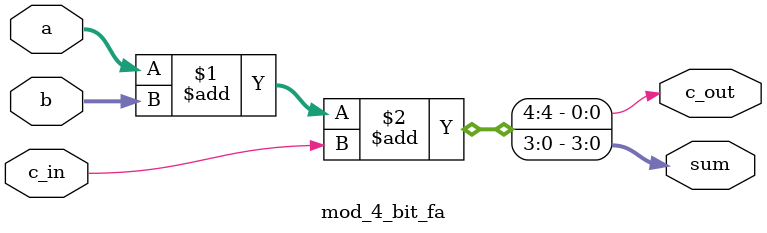
<source format=v>
`timescale 1ns / 1ps
module mod_4_bit_fa(
output [3:0]sum,
output c_out,
input [3:0]a,b,
input c_in
    );
assign  {c_out, sum} = a + b + c_in;
endmodule

</source>
